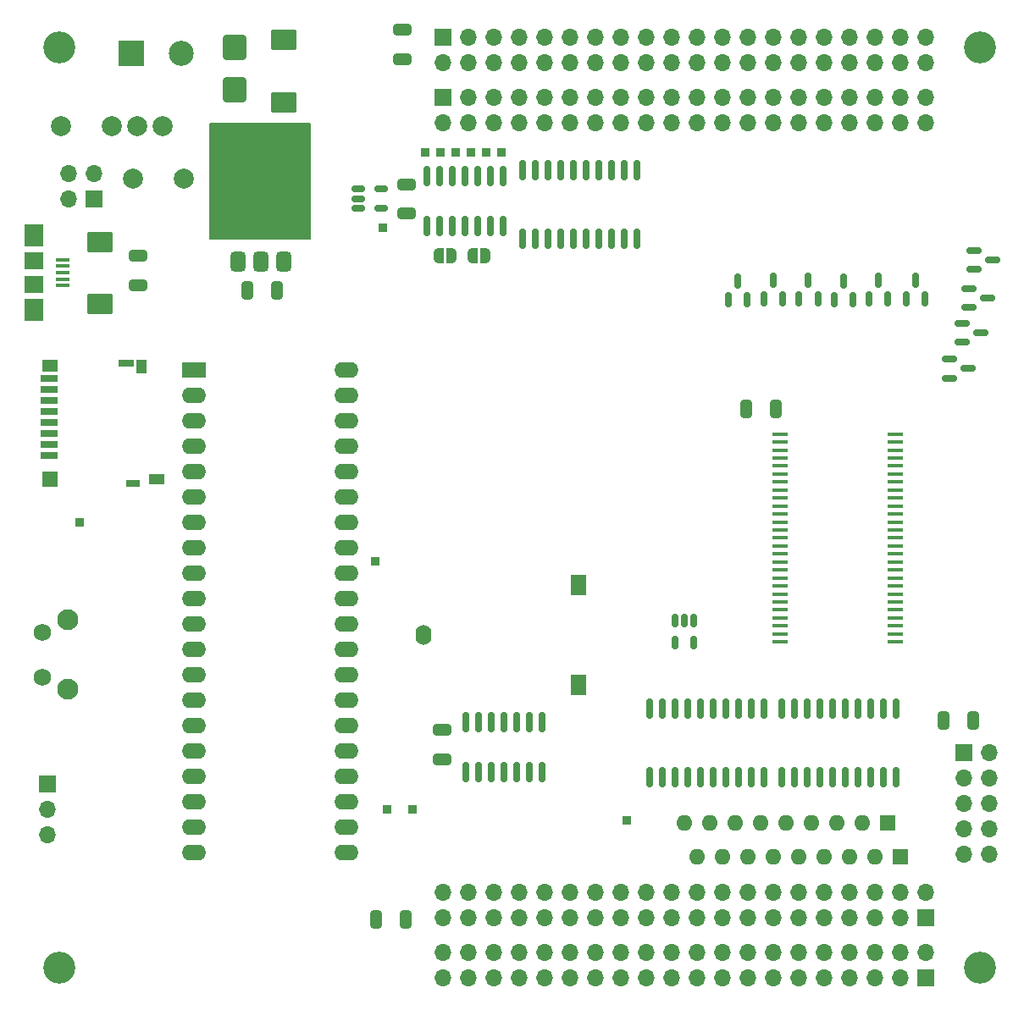
<source format=gbr>
%TF.GenerationSoftware,KiCad,Pcbnew,8.0.5-8.0.5-0~ubuntu22.04.1*%
%TF.CreationDate,2024-10-23T07:47:20+02:00*%
%TF.ProjectId,RamRomBoard,52616d52-6f6d-4426-9f61-72642e6b6963,rev?*%
%TF.SameCoordinates,Original*%
%TF.FileFunction,Soldermask,Top*%
%TF.FilePolarity,Negative*%
%FSLAX46Y46*%
G04 Gerber Fmt 4.6, Leading zero omitted, Abs format (unit mm)*
G04 Created by KiCad (PCBNEW 8.0.5-8.0.5-0~ubuntu22.04.1) date 2024-10-23 07:47:20*
%MOMM*%
%LPD*%
G01*
G04 APERTURE LIST*
G04 Aperture macros list*
%AMRoundRect*
0 Rectangle with rounded corners*
0 $1 Rounding radius*
0 $2 $3 $4 $5 $6 $7 $8 $9 X,Y pos of 4 corners*
0 Add a 4 corners polygon primitive as box body*
4,1,4,$2,$3,$4,$5,$6,$7,$8,$9,$2,$3,0*
0 Add four circle primitives for the rounded corners*
1,1,$1+$1,$2,$3*
1,1,$1+$1,$4,$5*
1,1,$1+$1,$6,$7*
1,1,$1+$1,$8,$9*
0 Add four rect primitives between the rounded corners*
20,1,$1+$1,$2,$3,$4,$5,0*
20,1,$1+$1,$4,$5,$6,$7,0*
20,1,$1+$1,$6,$7,$8,$9,0*
20,1,$1+$1,$8,$9,$2,$3,0*%
%AMFreePoly0*
4,1,19,0.500000,-0.750000,0.000000,-0.750000,0.000000,-0.744911,-0.071157,-0.744911,-0.207708,-0.704816,-0.327430,-0.627875,-0.420627,-0.520320,-0.479746,-0.390866,-0.500000,-0.250000,-0.500000,0.250000,-0.479746,0.390866,-0.420627,0.520320,-0.327430,0.627875,-0.207708,0.704816,-0.071157,0.744911,0.000000,0.744911,0.000000,0.750000,0.500000,0.750000,0.500000,-0.750000,0.500000,-0.750000,
$1*%
%AMFreePoly1*
4,1,19,0.000000,0.744911,0.071157,0.744911,0.207708,0.704816,0.327430,0.627875,0.420627,0.520320,0.479746,0.390866,0.500000,0.250000,0.500000,-0.250000,0.479746,-0.390866,0.420627,-0.520320,0.327430,-0.627875,0.207708,-0.704816,0.071157,-0.744911,0.000000,-0.744911,0.000000,-0.750000,-0.500000,-0.750000,-0.500000,0.750000,0.000000,0.750000,0.000000,0.744911,0.000000,0.744911,
$1*%
G04 Aperture macros list end*
%ADD10RoundRect,0.250000X0.325000X0.650000X-0.325000X0.650000X-0.325000X-0.650000X0.325000X-0.650000X0*%
%ADD11R,1.700000X1.700000*%
%ADD12O,1.700000X1.700000*%
%ADD13R,0.850000X0.850000*%
%ADD14RoundRect,0.150000X-0.150000X0.825000X-0.150000X-0.825000X0.150000X-0.825000X0.150000X0.825000X0*%
%ADD15R,2.400000X1.600000*%
%ADD16O,2.400000X1.600000*%
%ADD17RoundRect,0.250000X1.025000X-0.787500X1.025000X0.787500X-1.025000X0.787500X-1.025000X-0.787500X0*%
%ADD18RoundRect,0.150000X0.150000X-0.587500X0.150000X0.587500X-0.150000X0.587500X-0.150000X-0.587500X0*%
%ADD19R,1.400000X0.400000*%
%ADD20R,1.900000X2.300000*%
%ADD21R,1.900000X1.800000*%
%ADD22RoundRect,0.150000X-0.512500X-0.150000X0.512500X-0.150000X0.512500X0.150000X-0.512500X0.150000X0*%
%ADD23R,2.500000X2.500000*%
%ADD24C,2.500000*%
%ADD25RoundRect,0.150000X-0.587500X-0.150000X0.587500X-0.150000X0.587500X0.150000X-0.587500X0.150000X0*%
%ADD26R,1.600000X1.600000*%
%ADD27O,1.600000X1.600000*%
%ADD28FreePoly0,180.000000*%
%ADD29FreePoly1,180.000000*%
%ADD30RoundRect,0.150000X0.150000X-0.825000X0.150000X0.825000X-0.150000X0.825000X-0.150000X-0.825000X0*%
%ADD31RoundRect,0.150000X-0.150000X0.512500X-0.150000X-0.512500X0.150000X-0.512500X0.150000X0.512500X0*%
%ADD32RoundRect,0.250000X-0.650000X0.325000X-0.650000X-0.325000X0.650000X-0.325000X0.650000X0.325000X0*%
%ADD33RoundRect,0.375000X0.375000X-0.625000X0.375000X0.625000X-0.375000X0.625000X-0.375000X-0.625000X0*%
%ADD34RoundRect,0.500000X1.400000X-0.500000X1.400000X0.500000X-1.400000X0.500000X-1.400000X-0.500000X0*%
%ADD35C,2.100000*%
%ADD36C,1.750000*%
%ADD37R,1.750000X0.700000*%
%ADD38R,1.000000X1.450000*%
%ADD39R,1.550000X1.000000*%
%ADD40R,1.500000X0.800000*%
%ADD41R,1.500000X1.300000*%
%ADD42R,1.500000X1.500000*%
%ADD43R,1.400000X0.800000*%
%ADD44RoundRect,0.150000X-0.150000X0.837500X-0.150000X-0.837500X0.150000X-0.837500X0.150000X0.837500X0*%
%ADD45C,3.200000*%
%ADD46RoundRect,0.250000X-1.025000X0.787500X-1.025000X-0.787500X1.025000X-0.787500X1.025000X0.787500X0*%
%ADD47R,1.510000X0.458000*%
%ADD48R,1.600000X2.000000*%
%ADD49O,1.600000X2.000000*%
%ADD50C,2.000000*%
%ADD51RoundRect,0.150000X0.150000X-0.837500X0.150000X0.837500X-0.150000X0.837500X-0.150000X-0.837500X0*%
%ADD52RoundRect,0.250000X-0.325000X-0.650000X0.325000X-0.650000X0.325000X0.650000X-0.325000X0.650000X0*%
%ADD53RoundRect,0.250000X0.650000X-0.325000X0.650000X0.325000X-0.650000X0.325000X-0.650000X-0.325000X0*%
%ADD54RoundRect,0.250000X0.900000X-1.000000X0.900000X1.000000X-0.900000X1.000000X-0.900000X-1.000000X0*%
G04 APERTURE END LIST*
D10*
%TO.C,C2*%
X88597000Y-141224000D03*
X85647000Y-141224000D03*
%TD*%
D11*
%TO.C,J8*%
X57482000Y-69174995D03*
D12*
X54942000Y-69174995D03*
X57482000Y-66634995D03*
X54942000Y-66634995D03*
%TD*%
D13*
%TO.C,TP9*%
X89281000Y-130175000D03*
%TD*%
D11*
%TO.C,J1*%
X92367000Y-53000000D03*
D12*
X92367000Y-55540000D03*
X94907000Y-53000000D03*
X94907000Y-55540000D03*
X97447000Y-53000000D03*
X97447000Y-55540000D03*
X99987000Y-53000000D03*
X99987000Y-55540000D03*
X102527000Y-53000000D03*
X102527000Y-55540000D03*
X105067000Y-53000000D03*
X105067000Y-55540000D03*
X107607000Y-53000000D03*
X107607000Y-55540000D03*
X110147000Y-53000000D03*
X110147000Y-55540000D03*
X112687000Y-53000000D03*
X112687000Y-55540000D03*
X115227000Y-53000000D03*
X115227000Y-55540000D03*
X117767000Y-53000000D03*
X117767000Y-55540000D03*
X120307000Y-53000000D03*
X120307000Y-55540000D03*
X122847000Y-53000000D03*
X122847000Y-55540000D03*
X125387000Y-53000000D03*
X125387000Y-55540000D03*
X127927000Y-53000000D03*
X127927000Y-55540000D03*
X130467000Y-53000000D03*
X130467000Y-55540000D03*
X133007000Y-53000000D03*
X133007000Y-55540000D03*
X135547000Y-53000000D03*
X135547000Y-55540000D03*
X138087000Y-53000000D03*
X138087000Y-55540000D03*
X140627000Y-53000000D03*
X140627000Y-55540000D03*
%TD*%
D14*
%TO.C,U1*%
X102266000Y-121496995D03*
X100996000Y-121496995D03*
X99726000Y-121496995D03*
X98456000Y-121496995D03*
X97186000Y-121496995D03*
X95916000Y-121496995D03*
X94646000Y-121496995D03*
X94646000Y-126446995D03*
X95916000Y-126446995D03*
X97186000Y-126446995D03*
X98456000Y-126446995D03*
X99726000Y-126446995D03*
X100996000Y-126446995D03*
X102266000Y-126446995D03*
%TD*%
D15*
%TO.C,J7*%
X67437000Y-86233000D03*
D16*
X67437000Y-88773000D03*
X67437000Y-91313000D03*
X67437000Y-93853000D03*
X67437000Y-96393000D03*
X67437000Y-98933000D03*
X67437000Y-101473000D03*
X67437000Y-104013000D03*
X67437000Y-106553000D03*
X67437000Y-109093000D03*
X67437000Y-111633000D03*
X67437000Y-114173000D03*
X67437000Y-116713000D03*
X67437000Y-119253000D03*
X67437000Y-121793000D03*
X67437000Y-124333000D03*
X67437000Y-126873000D03*
X67437000Y-129413000D03*
X67437000Y-131953000D03*
X67437000Y-134493000D03*
X82677000Y-134493000D03*
X82677000Y-131953000D03*
X82677000Y-129413000D03*
X82677000Y-126873000D03*
X82677000Y-124333000D03*
X82677000Y-121793000D03*
X82677000Y-119253000D03*
X82677000Y-116713000D03*
X82677000Y-114173000D03*
X82677000Y-111633000D03*
X82677000Y-109093000D03*
X82677000Y-106553000D03*
X82677000Y-104013000D03*
X82677000Y-101473000D03*
X82677000Y-98933000D03*
X82677000Y-96393000D03*
X82677000Y-93853000D03*
X82677000Y-91313000D03*
X82677000Y-88773000D03*
X82677000Y-86233000D03*
%TD*%
D17*
%TO.C,C15*%
X76460000Y-59466495D03*
X76460000Y-53241495D03*
%TD*%
D13*
%TO.C,TP12*%
X95154000Y-64470995D03*
%TD*%
D18*
%TO.C,D7*%
X134940000Y-79169500D03*
X136840000Y-79169500D03*
X135890000Y-77294500D03*
%TD*%
D19*
%TO.C,J6*%
X54310000Y-75205995D03*
X54310000Y-75855995D03*
X54310000Y-76505995D03*
X54310000Y-77155995D03*
X54310000Y-77805995D03*
D20*
X51460000Y-72755995D03*
D21*
X51460000Y-75355995D03*
X51460000Y-77655995D03*
D20*
X51460000Y-80255995D03*
%TD*%
D22*
%TO.C,U6*%
X83885000Y-68153995D03*
X83885000Y-69103995D03*
X83885000Y-70053995D03*
X86160000Y-70053995D03*
X86160000Y-68153995D03*
%TD*%
D11*
%TO.C,TP2*%
X140627000Y-141000000D03*
D12*
X140627000Y-138460000D03*
X138087000Y-141000000D03*
X138087000Y-138460000D03*
X135547000Y-141000000D03*
X135547000Y-138460000D03*
X133007000Y-141000000D03*
X133007000Y-138460000D03*
X130467000Y-141000000D03*
X130467000Y-138460000D03*
X127927000Y-141000000D03*
X127927000Y-138460000D03*
X125387000Y-141000000D03*
X125387000Y-138460000D03*
X122847000Y-141000000D03*
X122847000Y-138460000D03*
X120307000Y-141000000D03*
X120307000Y-138460000D03*
X117767000Y-141000000D03*
X117767000Y-138460000D03*
X115227000Y-141000000D03*
X115227000Y-138460000D03*
X112687000Y-141000000D03*
X112687000Y-138460000D03*
X110147000Y-141000000D03*
X110147000Y-138460000D03*
X107607000Y-141000000D03*
X107607000Y-138460000D03*
X105067000Y-141000000D03*
X105067000Y-138460000D03*
X102527000Y-141000000D03*
X102527000Y-138460000D03*
X99987000Y-141000000D03*
X99987000Y-138460000D03*
X97447000Y-141000000D03*
X97447000Y-138460000D03*
X94907000Y-141000000D03*
X94907000Y-138460000D03*
X92367000Y-141000000D03*
X92367000Y-138460000D03*
%TD*%
D23*
%TO.C,J5*%
X61200000Y-54600000D03*
D24*
X66200000Y-54600000D03*
%TD*%
D25*
%TO.C,D3*%
X144907000Y-78110000D03*
X144907000Y-80010000D03*
X146782000Y-79060000D03*
%TD*%
D26*
%TO.C,RN4*%
X138049000Y-134955995D03*
D27*
X135509000Y-134955995D03*
X132969000Y-134955995D03*
X130429000Y-134955995D03*
X127889000Y-134955995D03*
X125349000Y-134955995D03*
X122809000Y-134955995D03*
X120269000Y-134955995D03*
X117729000Y-134955995D03*
%TD*%
D11*
%TO.C,J3*%
X52832000Y-127635000D03*
D12*
X52832000Y-130175000D03*
X52832000Y-132715000D03*
%TD*%
D10*
%TO.C,C14*%
X75743000Y-78253995D03*
X72793000Y-78253995D03*
%TD*%
D28*
%TO.C,JP5*%
X93200000Y-74800000D03*
D29*
X91900000Y-74800000D03*
%TD*%
D13*
%TO.C,TP3*%
X98202000Y-64470995D03*
%TD*%
%TO.C,TP8*%
X86741000Y-130175000D03*
%TD*%
D26*
%TO.C,RN3*%
X136779000Y-131572000D03*
D27*
X134239000Y-131572000D03*
X131699000Y-131572000D03*
X129159000Y-131572000D03*
X126619000Y-131572000D03*
X124079000Y-131572000D03*
X121539000Y-131572000D03*
X118999000Y-131572000D03*
X116459000Y-131572000D03*
%TD*%
D30*
%TO.C,U3*%
X90709000Y-71822795D03*
X91979000Y-71822795D03*
X93249000Y-71822795D03*
X94519000Y-71822795D03*
X95789000Y-71822795D03*
X97059000Y-71822795D03*
X98329000Y-71822795D03*
X98329000Y-66872795D03*
X97059000Y-66872795D03*
X95789000Y-66872795D03*
X94519000Y-66872795D03*
X93249000Y-66872795D03*
X91979000Y-66872795D03*
X90709000Y-66872795D03*
%TD*%
D18*
%TO.C,D9*%
X127929600Y-79169500D03*
X129829600Y-79169500D03*
X128879600Y-77294500D03*
%TD*%
D31*
%TO.C,U10*%
X117409000Y-111270995D03*
X116459000Y-111270995D03*
X115509000Y-111270995D03*
X115509000Y-113545995D03*
X117409000Y-113545995D03*
%TD*%
D32*
%TO.C,C6*%
X61880000Y-74806995D03*
X61880000Y-77756995D03*
%TD*%
D33*
%TO.C,U2*%
X71868000Y-75403995D03*
X74168000Y-75403995D03*
D34*
X74168000Y-69103995D03*
D33*
X76468000Y-75403995D03*
%TD*%
D13*
%TO.C,TP6*%
X93630000Y-64470995D03*
%TD*%
D35*
%TO.C,SW2*%
X54811500Y-118206000D03*
X54811500Y-111196000D03*
D36*
X52321500Y-116956000D03*
X52321500Y-112456000D03*
%TD*%
D13*
%TO.C,TP13*%
X96676000Y-64470995D03*
%TD*%
D11*
%TO.C,J2*%
X140627000Y-147000000D03*
D12*
X140627000Y-144460000D03*
X138087000Y-147000000D03*
X138087000Y-144460000D03*
X135547000Y-147000000D03*
X135547000Y-144460000D03*
X133007000Y-147000000D03*
X133007000Y-144460000D03*
X130467000Y-147000000D03*
X130467000Y-144460000D03*
X127927000Y-147000000D03*
X127927000Y-144460000D03*
X125387000Y-147000000D03*
X125387000Y-144460000D03*
X122847000Y-147000000D03*
X122847000Y-144460000D03*
X120307000Y-147000000D03*
X120307000Y-144460000D03*
X117767000Y-147000000D03*
X117767000Y-144460000D03*
X115227000Y-147000000D03*
X115227000Y-144460000D03*
X112687000Y-147000000D03*
X112687000Y-144460000D03*
X110147000Y-147000000D03*
X110147000Y-144460000D03*
X107607000Y-147000000D03*
X107607000Y-144460000D03*
X105067000Y-147000000D03*
X105067000Y-144460000D03*
X102527000Y-147000000D03*
X102527000Y-144460000D03*
X99987000Y-147000000D03*
X99987000Y-144460000D03*
X97447000Y-147000000D03*
X97447000Y-144460000D03*
X94907000Y-147000000D03*
X94907000Y-144460000D03*
X92367000Y-147000000D03*
X92367000Y-144460000D03*
%TD*%
D18*
%TO.C,D8*%
X131434800Y-79220300D03*
X133334800Y-79220300D03*
X132384800Y-77345300D03*
%TD*%
D11*
%TO.C,J9*%
X144460000Y-124500000D03*
D12*
X147000000Y-124500000D03*
X144460000Y-127040000D03*
X147000000Y-127040000D03*
X144460000Y-129580000D03*
X147000000Y-129580000D03*
X144460000Y-132120000D03*
X147000000Y-132120000D03*
X144460000Y-134660000D03*
X147000000Y-134660000D03*
%TD*%
D37*
%TO.C,J10*%
X52969000Y-94762000D03*
X52969000Y-93662000D03*
X52969000Y-92562000D03*
X52969000Y-91462000D03*
X52969000Y-90362000D03*
X52969000Y-89262000D03*
X52969000Y-88162000D03*
X52969000Y-87062000D03*
D38*
X62194000Y-85937000D03*
D39*
X63769000Y-97162000D03*
D40*
X60694000Y-85612000D03*
D41*
X53094000Y-85862000D03*
D42*
X53094000Y-97212000D03*
D43*
X61344000Y-97562000D03*
%TD*%
D25*
%TO.C,D4*%
X144221200Y-81584800D03*
X144221200Y-83484800D03*
X146096200Y-82534800D03*
%TD*%
D18*
%TO.C,D6*%
X138648400Y-79141800D03*
X140548400Y-79141800D03*
X139598400Y-77266800D03*
%TD*%
D13*
%TO.C,TP11*%
X110744000Y-131318000D03*
%TD*%
D44*
%TO.C,U16*%
X124460000Y-120088495D03*
X123190000Y-120088495D03*
X121920000Y-120088495D03*
X120650000Y-120088495D03*
X119380000Y-120088495D03*
X118110000Y-120088495D03*
X116840000Y-120088495D03*
X115570000Y-120088495D03*
X114300000Y-120088495D03*
X113030000Y-120088495D03*
X113030000Y-127013495D03*
X114300000Y-127013495D03*
X115570000Y-127013495D03*
X116840000Y-127013495D03*
X118110000Y-127013495D03*
X119380000Y-127013495D03*
X120650000Y-127013495D03*
X121920000Y-127013495D03*
X123190000Y-127013495D03*
X124460000Y-127013495D03*
%TD*%
D45*
%TO.C,H3*%
X146000000Y-54000000D03*
%TD*%
D13*
%TO.C,TP4*%
X90582000Y-64470995D03*
%TD*%
%TO.C,TP14*%
X56007000Y-101473000D03*
%TD*%
D10*
%TO.C,C11*%
X125585000Y-90170000D03*
X122635000Y-90170000D03*
%TD*%
D46*
%TO.C,C4*%
X58070000Y-73423495D03*
X58070000Y-79648495D03*
%TD*%
D47*
%TO.C,U11*%
X137576000Y-113449495D03*
X137576000Y-112649495D03*
X137576000Y-111849495D03*
X137576000Y-111049495D03*
X137576000Y-110249495D03*
X137576000Y-109449495D03*
X137576000Y-108649495D03*
X137576000Y-107849495D03*
X137576000Y-107049495D03*
X137576000Y-106249495D03*
X137576000Y-105449495D03*
X137576000Y-104649495D03*
X137576000Y-103849495D03*
X137576000Y-103049495D03*
X137576000Y-102249495D03*
X137576000Y-101449495D03*
X137576000Y-100649495D03*
X137576000Y-99849495D03*
X137576000Y-99049495D03*
X137576000Y-98249495D03*
X137576000Y-97449495D03*
X137576000Y-96649495D03*
X137576000Y-95849495D03*
X137576000Y-95049495D03*
X137576000Y-94249495D03*
X137576000Y-93449495D03*
X137576000Y-92649495D03*
X126076000Y-92649495D03*
X126076000Y-93449495D03*
X126076000Y-94249495D03*
X126076000Y-95049495D03*
X126076000Y-95849495D03*
X126076000Y-96649495D03*
X126076000Y-97449495D03*
X126076000Y-98249495D03*
X126076000Y-99049495D03*
X126076000Y-99849495D03*
X126076000Y-100649495D03*
X126076000Y-101449495D03*
X126076000Y-102249495D03*
X126076000Y-103049495D03*
X126076000Y-103849495D03*
X126076000Y-104649495D03*
X126076000Y-105449495D03*
X126076000Y-106249495D03*
X126076000Y-107049495D03*
X126076000Y-107849495D03*
X126076000Y-108649495D03*
X126076000Y-109449495D03*
X126076000Y-110249495D03*
X126076000Y-111049495D03*
X126076000Y-111849495D03*
X126076000Y-112649495D03*
X126076000Y-113449495D03*
%TD*%
D48*
%TO.C,BT1*%
X105918000Y-117776000D03*
X105918000Y-107776000D03*
D49*
X90418000Y-112776000D03*
%TD*%
D50*
%TO.C,SW1*%
X59220000Y-61853995D03*
X61760000Y-61853995D03*
X64300000Y-61853995D03*
X54140000Y-61853995D03*
%TD*%
D11*
%TO.C,TP1*%
X92367000Y-59000000D03*
D12*
X92367000Y-61540000D03*
X94907000Y-59000000D03*
X94907000Y-61540000D03*
X97447000Y-59000000D03*
X97447000Y-61540000D03*
X99987000Y-59000000D03*
X99987000Y-61540000D03*
X102527000Y-59000000D03*
X102527000Y-61540000D03*
X105067000Y-59000000D03*
X105067000Y-61540000D03*
X107607000Y-59000000D03*
X107607000Y-61540000D03*
X110147000Y-59000000D03*
X110147000Y-61540000D03*
X112687000Y-59000000D03*
X112687000Y-61540000D03*
X115227000Y-59000000D03*
X115227000Y-61540000D03*
X117767000Y-59000000D03*
X117767000Y-61540000D03*
X120307000Y-59000000D03*
X120307000Y-61540000D03*
X122847000Y-59000000D03*
X122847000Y-61540000D03*
X125387000Y-59000000D03*
X125387000Y-61540000D03*
X127927000Y-59000000D03*
X127927000Y-61540000D03*
X130467000Y-59000000D03*
X130467000Y-61540000D03*
X133007000Y-59000000D03*
X133007000Y-61540000D03*
X135547000Y-59000000D03*
X135547000Y-61540000D03*
X138087000Y-59000000D03*
X138087000Y-61540000D03*
X140627000Y-59000000D03*
X140627000Y-61540000D03*
%TD*%
D51*
%TO.C,U19*%
X100270000Y-73153995D03*
X101540000Y-73153995D03*
X102810000Y-73153995D03*
X104080000Y-73153995D03*
X105350000Y-73153995D03*
X106620000Y-73153995D03*
X107890000Y-73153995D03*
X109160000Y-73153995D03*
X110430000Y-73153995D03*
X111700000Y-73153995D03*
X111700000Y-66228995D03*
X110430000Y-66228995D03*
X109160000Y-66228995D03*
X107890000Y-66228995D03*
X106620000Y-66228995D03*
X105350000Y-66228995D03*
X104080000Y-66228995D03*
X102810000Y-66228995D03*
X101540000Y-66228995D03*
X100270000Y-66228995D03*
%TD*%
D18*
%TO.C,D10*%
X124424400Y-79169500D03*
X126324400Y-79169500D03*
X125374400Y-77294500D03*
%TD*%
D52*
%TO.C,C16*%
X142416000Y-121285000D03*
X145366000Y-121285000D03*
%TD*%
D45*
%TO.C,H1*%
X54000000Y-54000000D03*
%TD*%
D53*
%TO.C,C1*%
X88296000Y-55150995D03*
X88296000Y-52200995D03*
%TD*%
D45*
%TO.C,H2*%
X54000000Y-146000000D03*
%TD*%
D18*
%TO.C,D11*%
X120868400Y-79192600D03*
X122768400Y-79192600D03*
X121818400Y-77317600D03*
%TD*%
D53*
%TO.C,C8*%
X92233000Y-125176995D03*
X92233000Y-122226995D03*
%TD*%
D50*
%TO.C,F1*%
X61372000Y-67137995D03*
X66452000Y-67147995D03*
%TD*%
D44*
%TO.C,U15*%
X137668000Y-120088495D03*
X136398000Y-120088495D03*
X135128000Y-120088495D03*
X133858000Y-120088495D03*
X132588000Y-120088495D03*
X131318000Y-120088495D03*
X130048000Y-120088495D03*
X128778000Y-120088495D03*
X127508000Y-120088495D03*
X126238000Y-120088495D03*
X126238000Y-127013495D03*
X127508000Y-127013495D03*
X128778000Y-127013495D03*
X130048000Y-127013495D03*
X131318000Y-127013495D03*
X132588000Y-127013495D03*
X133858000Y-127013495D03*
X135128000Y-127013495D03*
X136398000Y-127013495D03*
X137668000Y-127013495D03*
%TD*%
D32*
%TO.C,C7*%
X88702400Y-67669595D03*
X88702400Y-70619595D03*
%TD*%
D25*
%TO.C,D5*%
X143006600Y-85156000D03*
X143006600Y-87056000D03*
X144881600Y-86106000D03*
%TD*%
D13*
%TO.C,TP5*%
X92106000Y-64470995D03*
%TD*%
D25*
%TO.C,D2*%
X145415000Y-74300000D03*
X145415000Y-76200000D03*
X147290000Y-75250000D03*
%TD*%
D54*
%TO.C,D1*%
X71532000Y-58247995D03*
X71532000Y-53947995D03*
%TD*%
D45*
%TO.C,H4*%
X146000000Y-146000000D03*
%TD*%
D28*
%TO.C,JP6*%
X96600000Y-74800000D03*
D29*
X95300000Y-74800000D03*
%TD*%
D13*
%TO.C,TP7*%
X86300000Y-72000000D03*
%TD*%
%TO.C,TP10*%
X85600000Y-105400000D03*
%TD*%
G36*
X79097419Y-61569027D02*
G01*
X79143177Y-61621828D01*
X79154386Y-61673373D01*
X79152026Y-73110021D01*
X79132328Y-73177056D01*
X79079514Y-73222800D01*
X79028026Y-73233995D01*
X69116000Y-73233995D01*
X69048961Y-73214310D01*
X69003206Y-73161506D01*
X68992000Y-73109995D01*
X68992000Y-61673986D01*
X69011685Y-61606947D01*
X69064489Y-61561192D01*
X69115992Y-61549986D01*
X79030378Y-61549347D01*
X79097419Y-61569027D01*
G37*
M02*

</source>
